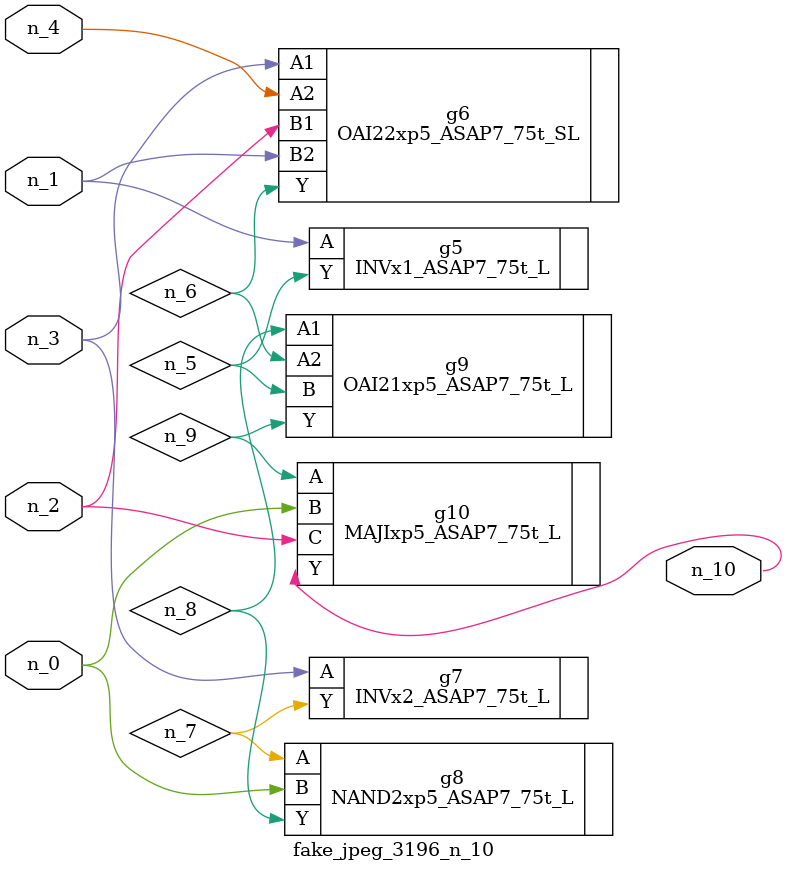
<source format=v>
module fake_jpeg_3196_n_10 (n_3, n_2, n_1, n_0, n_4, n_10);

input n_3;
input n_2;
input n_1;
input n_0;
input n_4;

output n_10;

wire n_8;
wire n_9;
wire n_6;
wire n_5;
wire n_7;

INVx1_ASAP7_75t_L g5 ( 
.A(n_1),
.Y(n_5)
);

OAI22xp5_ASAP7_75t_SL g6 ( 
.A1(n_3),
.A2(n_4),
.B1(n_2),
.B2(n_1),
.Y(n_6)
);

INVx2_ASAP7_75t_L g7 ( 
.A(n_3),
.Y(n_7)
);

NAND2xp5_ASAP7_75t_L g8 ( 
.A(n_7),
.B(n_0),
.Y(n_8)
);

OAI21xp5_ASAP7_75t_L g9 ( 
.A1(n_8),
.A2(n_6),
.B(n_5),
.Y(n_9)
);

MAJIxp5_ASAP7_75t_L g10 ( 
.A(n_9),
.B(n_0),
.C(n_2),
.Y(n_10)
);


endmodule
</source>
